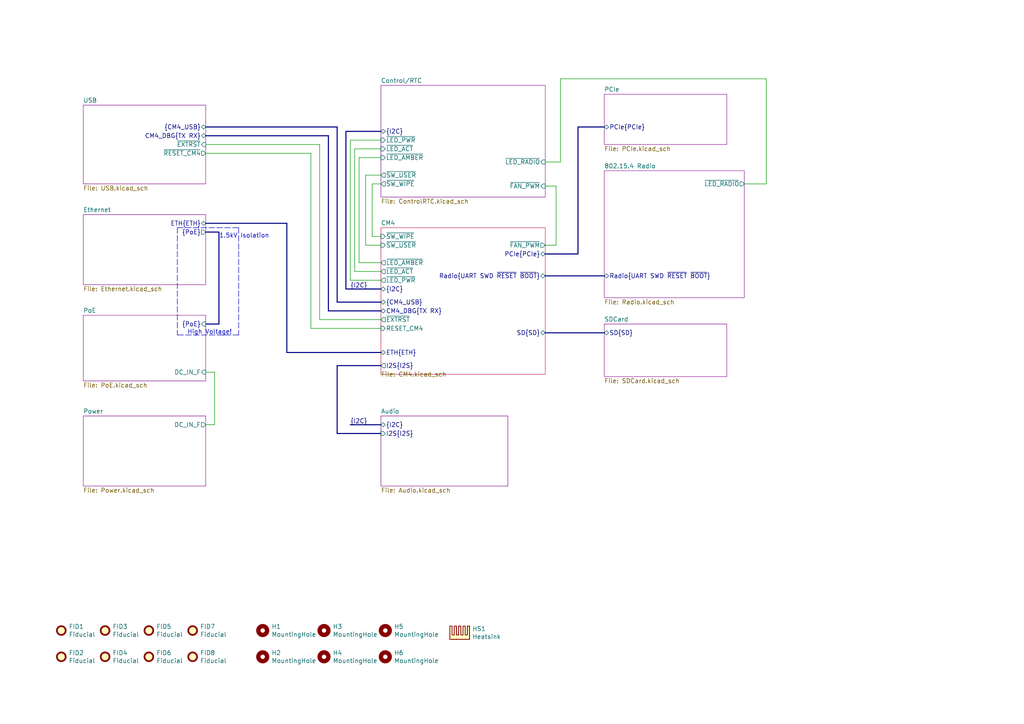
<source format=kicad_sch>
(kicad_sch (version 20210621) (generator eeschema)
  (paper "A4")
  (title_block (title "Overview") (date "2021-01-12") (rev "0.1") (company "Nabu Casa") (comment 1 "www.nabucasa.com") (comment 2 "Amber"))
  (lib_symbols
    (symbol "Mechanical:Fiducial"
      (property "Reference" "FID" (at 0 5.08 0))
      (property "Value" "Fiducial" (at 0 3.175 0))
      (symbol "Fiducial_0_1"
        (circle (center 0 0) (radius 1.27) (stroke (width 0.508)) (fill (type background)))
      )
    )
    (symbol "Mechanical:Heatsink" (pin_names (offset 1.016))
      (property "Reference" "HS" (at 0 5.08 0))
      (property "Value" "Heatsink" (at 0 -1.27 0))
      (symbol "Heatsink_0_1"
        (polyline (pts (xy -0.3302 1.27) (xy -0.9652 1.27) (xy -0.9652 3.81) (xy -1.6002 3.81) (xy -1.6002 1.27) (xy -2.2352 1.27) (xy -2.2352 3.81) (xy -2.8702 3.81) (xy -2.8702 0) (xy -0.9652 0)) (stroke (width 0.254)) (fill (type background)))
        (polyline (pts (xy -0.3302 1.27) (xy -0.3302 3.81) (xy 0.3048 3.81) (xy 0.3048 1.27) (xy 0.9398 1.27) (xy 0.9398 3.81) (xy 1.5748 3.81) (xy 1.5748 1.27) (xy 2.2098 1.27) (xy 2.2098 3.81) (xy 2.8448 3.81) (xy 2.8448 0) (xy -0.9652 0)) (stroke (width 0.254)) (fill (type background)))
      )
    )
    (symbol "Mechanical:MountingHole" (pin_names (offset 1.016))
      (property "Reference" "H" (at 0 5.08 0))
      (property "Value" "MountingHole" (at 0 3.175 0))
      (symbol "MountingHole_0_1"
        (circle (center 0 0) (radius 1.27) (stroke (width 1.27)))
      )
    )
  )
  (wire (pts (xy 59.69 44.45) (xy 90.17 44.45)))
  (wire (pts (xy 59.69 123.19) (xy 62.23 123.19)))
  (wire (pts (xy 62.23 107.95) (xy 59.69 107.95)))
  (wire (pts (xy 62.23 123.19) (xy 62.23 107.95)))
  (wire (pts (xy 90.17 44.45) (xy 90.17 95.25)))
  (wire (pts (xy 90.17 95.25) (xy 110.49 95.25)))
  (wire (pts (xy 92.71 41.91) (xy 59.69 41.91)))
  (wire (pts (xy 92.71 92.71) (xy 92.71 41.91)))
  (wire (pts (xy 101.6 40.64) (xy 110.49 40.64)))
  (wire (pts (xy 101.6 81.28) (xy 101.6 40.64)))
  (wire (pts (xy 102.87 43.18) (xy 110.49 43.18)))
  (wire (pts (xy 102.87 78.74) (xy 102.87 43.18)))
  (wire (pts (xy 104.14 45.72) (xy 104.14 76.2)))
  (wire (pts (xy 104.14 76.2) (xy 110.49 76.2)))
  (wire (pts (xy 106.045 71.12) (xy 106.045 50.8)))
  (wire (pts (xy 107.95 53.34) (xy 107.95 68.58)))
  (wire (pts (xy 107.95 53.34) (xy 110.49 53.34)))
  (wire (pts (xy 110.49 45.72) (xy 104.14 45.72)))
  (wire (pts (xy 110.49 50.8) (xy 106.045 50.8)))
  (wire (pts (xy 110.49 68.58) (xy 107.95 68.58)))
  (wire (pts (xy 110.49 71.12) (xy 106.045 71.12)))
  (wire (pts (xy 110.49 78.74) (xy 102.87 78.74)))
  (wire (pts (xy 110.49 81.28) (xy 101.6 81.28)))
  (wire (pts (xy 110.49 92.71) (xy 92.71 92.71)))
  (wire (pts (xy 158.115 46.99) (xy 162.56 46.99)))
  (wire (pts (xy 158.115 71.12) (xy 161.29 71.12)))
  (wire (pts (xy 161.29 53.975) (xy 158.115 53.975)))
  (wire (pts (xy 161.29 53.975) (xy 161.29 71.12)))
  (wire (pts (xy 162.56 22.86) (xy 222.25 22.86)))
  (wire (pts (xy 162.56 46.99) (xy 162.56 22.86)))
  (wire (pts (xy 215.9 53.34) (xy 222.25 53.34)))
  (wire (pts (xy 222.25 22.86) (xy 222.25 53.34)))
  (bus (pts (xy 59.69 64.77) (xy 83.185 64.77)))
  (bus (pts (xy 59.69 67.31) (xy 63.5 67.31)))
  (bus (pts (xy 59.69 93.98) (xy 63.5 93.98)))
  (bus (pts (xy 63.5 67.31) (xy 63.5 93.98)))
  (bus (pts (xy 83.185 64.77) (xy 83.185 102.235)))
  (bus (pts (xy 83.185 102.235) (xy 110.49 102.235)))
  (bus (pts (xy 95.25 39.37) (xy 59.69 39.37)))
  (bus (pts (xy 95.25 90.17) (xy 95.25 39.37)))
  (bus (pts (xy 97.79 36.83) (xy 59.69 36.83)))
  (bus (pts (xy 97.79 87.63) (xy 97.79 36.83)))
  (bus (pts (xy 97.79 106.045) (xy 97.79 125.73)))
  (bus (pts (xy 97.79 125.73) (xy 110.49 125.73)))
  (bus (pts (xy 100.33 38.1) (xy 100.33 83.82)))
  (bus (pts (xy 100.33 38.1) (xy 110.49 38.1)))
  (bus (pts (xy 100.33 83.82) (xy 110.49 83.82)))
  (bus (pts (xy 101.6 123.19) (xy 110.49 123.19)))
  (bus (pts (xy 110.49 87.63) (xy 97.79 87.63)))
  (bus (pts (xy 110.49 90.17) (xy 95.25 90.17)))
  (bus (pts (xy 110.49 106.045) (xy 97.79 106.045)))
  (bus (pts (xy 158.115 73.66) (xy 167.64 73.66)))
  (bus (pts (xy 158.115 80.01) (xy 175.26 80.01)))
  (bus (pts (xy 158.115 96.52) (xy 175.26 96.52)))
  (bus (pts (xy 167.64 36.83) (xy 175.26 36.83)))
  (bus (pts (xy 167.64 73.66) (xy 167.64 36.83)))
  (polyline (pts (xy 51.435 66.04) (xy 51.435 97.155)) (stroke (width 0) (type dash)))
  (polyline (pts (xy 51.435 66.04) (xy 69.215 66.04)) (stroke (width 0) (type dash)))
  (polyline (pts (xy 69.215 66.04) (xy 69.215 97.155)) (stroke (width 0) (type dash)))
  (polyline (pts (xy 69.215 97.155) (xy 51.435 97.155)) (stroke (width 0) (type dash)))
  (text "High Voltage!" (at 67.31 97.155 180) (effects (font (size 1.27 1.27)) (justify right bottom)))
  (text "1.5kV Isolation" (at 78.105 69.215 180) (effects (font (size 1.27 1.27)) (justify right bottom)))
  (label "{I2C}" (at 101.6 83.82 0))
  (label "{I2C}" (at 101.6 123.19 0))
  (symbol (lib_id "Mechanical:Fiducial") (at 17.78 182.88 0) (unit 1) (in_bom no)
    (property "Reference" "FID1" (at 19.9391 181.7306 0) (effects (justify left)))
    (property "Value" "Fiducial" (at 19.9391 184.0293 0) (effects (justify left)))
    (property "Footprint" "Fiducial:Fiducial_1mm_Mask2mm" (effects hide))
  )
  (symbol (lib_id "Mechanical:Fiducial") (at 17.78 190.5 0) (unit 1) (in_bom no)
    (property "Reference" "FID2" (at 19.9391 189.3506 0) (effects (justify left)))
    (property "Value" "Fiducial" (at 19.9391 191.6493 0) (effects (justify left)))
    (property "Footprint" "Fiducial:Fiducial_1mm_Mask2mm" (effects hide))
  )
  (symbol (lib_id "Mechanical:Fiducial") (at 30.48 182.88 0) (unit 1) (in_bom no)
    (property "Reference" "FID3" (at 32.6391 181.7306 0) (effects (justify left)))
    (property "Value" "Fiducial" (at 32.6391 184.0293 0) (effects (justify left)))
    (property "Footprint" "Fiducial:Fiducial_1mm_Mask2mm" (effects hide))
  )
  (symbol (lib_id "Mechanical:Fiducial") (at 30.48 190.5 0) (unit 1) (in_bom no)
    (property "Reference" "FID4" (at 32.6391 189.3506 0) (effects (justify left)))
    (property "Value" "Fiducial" (at 32.6391 191.6493 0) (effects (justify left)))
    (property "Footprint" "Fiducial:Fiducial_1mm_Mask2mm" (effects hide))
  )
  (symbol (lib_id "Mechanical:Fiducial") (at 43.18 182.88 0) (unit 1) (in_bom no)
    (property "Reference" "FID5" (at 45.3391 181.7306 0) (effects (justify left)))
    (property "Value" "Fiducial" (at 45.3391 184.0293 0) (effects (justify left)))
    (property "Footprint" "Fiducial:Fiducial_1mm_Mask2mm" (effects hide))
  )
  (symbol (lib_id "Mechanical:Fiducial") (at 43.18 190.5 0) (unit 1) (in_bom no)
    (property "Reference" "FID6" (at 45.3391 189.3506 0) (effects (justify left)))
    (property "Value" "Fiducial" (at 45.3391 191.6493 0) (effects (justify left)))
    (property "Footprint" "Fiducial:Fiducial_1mm_Mask2mm" (effects hide))
  )
  (symbol (lib_id "Mechanical:Fiducial") (at 55.88 182.88 0) (unit 1) (in_bom no)
    (property "Reference" "FID7" (at 58.0391 181.7306 0) (effects (justify left)))
    (property "Value" "Fiducial" (at 58.0391 184.0293 0) (effects (justify left)))
    (property "Footprint" "Fiducial:Fiducial_1mm_Mask2mm" (effects hide))
  )
  (symbol (lib_id "Mechanical:Fiducial") (at 55.88 190.5 0) (unit 1) (in_bom no)
    (property "Reference" "FID8" (at 58.0391 189.3506 0) (effects (justify left)))
    (property "Value" "Fiducial" (at 58.0391 191.6493 0) (effects (justify left)))
    (property "Footprint" "Fiducial:Fiducial_1mm_Mask2mm" (effects hide))
  )
  (symbol (lib_id "Mechanical:MountingHole") (at 76.2 182.88 0) (unit 1) (in_bom no)
    (property "Reference" "H1" (at 78.7401 181.7306 0) (effects (justify left)))
    (property "Value" "MountingHole" (at 78.7401 184.0293 0) (effects (justify left)))
    (property "Footprint" "MountingHole:MountingHole_2.7mm_M2.5" (effects hide))
  )
  (symbol (lib_id "Mechanical:MountingHole") (at 76.2 190.5 0) (unit 1) (in_bom no)
    (property "Reference" "H2" (at 78.7401 189.3506 0) (effects (justify left)))
    (property "Value" "MountingHole" (at 78.7401 191.6493 0) (effects (justify left)))
    (property "Footprint" "MountingHole:MountingHole_2.7mm_M2.5" (effects hide))
  )
  (symbol (lib_id "Mechanical:MountingHole") (at 93.98 182.88 0) (unit 1) (in_bom no)
    (property "Reference" "H3" (at 96.5201 181.7306 0) (effects (justify left)))
    (property "Value" "MountingHole" (at 96.5201 184.0293 0) (effects (justify left)))
    (property "Footprint" "MountingHole:MountingHole_2.7mm_M2.5" (effects hide))
  )
  (symbol (lib_id "Mechanical:MountingHole") (at 93.98 190.5 0) (unit 1) (in_bom no)
    (property "Reference" "H4" (at 96.5201 189.3506 0) (effects (justify left)))
    (property "Value" "MountingHole" (at 96.5201 191.6493 0) (effects (justify left)))
    (property "Footprint" "MountingHole:MountingHole_2.7mm_M2.5" (effects hide))
  )
  (symbol (lib_id "Mechanical:MountingHole") (at 111.76 182.88 0) (unit 1) (in_bom no)
    (property "Reference" "H5" (at 114.3001 181.7306 0) (effects (justify left)))
    (property "Value" "MountingHole" (at 114.3001 184.0293 0) (effects (justify left)))
    (property "Footprint" "Amber:DrillSlot_Plated_3.5x2.5mm" (effects hide))
  )
  (symbol (lib_id "Mechanical:MountingHole") (at 111.76 190.5 0) (unit 1) (in_bom no)
    (property "Reference" "H6" (at 114.3001 189.3506 0) (effects (justify left)))
    (property "Value" "MountingHole" (at 114.3001 191.6493 0) (effects (justify left)))
    (property "Footprint" "Amber:DrillSlot_Plated_3.5x2.5mm" (effects hide))
  )
  (symbol (lib_id "Mechanical:Heatsink") (at 133.35 185.42 0) (unit 1) (in_bom no)
    (property "Reference" "HS1" (at 136.9569 182.3656 0) (effects (justify left)))
    (property "Value" "Heatsink" (at 136.9569 184.6643 0) (effects (justify left)))
    (property "Footprint" "Amber:Heatsink_56x56mm_2xFixation3.2mm" (effects hide))
  )
  (sheet (at 175.26 49.53) (size 40.64 36.83) (stroke (width 0.001) (color 132 0 132 1)) (fill (color 255 255 255 0.0000))
    (property "Sheet name" "802.15.4 Radio" (at 175.26 48.8941 0) (effects (justify left bottom)))
    (property "Sheet file" "Radio.kicad_sch" (at 175.26 86.8689 0) (effects (justify left top)))
    (pin "~{LED_RADIO}" output (at 215.9 53.34 0))
    (pin "Radio{UART SWD ~{RESET} ~{BOOT}}" bidirectional (at 175.26 80.01 180))
  )
  (sheet (at 110.49 120.65) (size 36.83 20.32) (stroke (width 0.001) (color 132 0 132 1)) (fill (color 255 255 255 0.0000))
    (property "Sheet name" "Audio" (at 110.49 120.0141 0) (effects (justify left bottom)))
    (property "Sheet file" "Audio.kicad_sch" (at 110.49 141.4789 0) (effects (justify left top)))
    (pin "{I2C}" bidirectional (at 110.49 123.19 180))
    (pin "I2S{I2S}" input (at 110.49 125.73 180))
  )
  (sheet (at 110.49 66.04) (size 47.625 42.545) (stroke (width 0.001) (color 187 17 66 1)) (fill (color 255 255 255 0.0000))
    (property "Sheet name" "CM4" (at 110.49 65.4041 0) (effects (justify left bottom)))
    (property "Sheet file" "CM4.kicad_sch" (at 110.49 107.8239 0) (effects (justify left top)))
    (pin "ETH{ETH}" bidirectional (at 110.49 102.235 180))
    (pin "{CM4_USB}" bidirectional (at 110.49 87.63 180))
    (pin "PCIe{PCIe}" bidirectional (at 158.115 73.66 0))
    (pin "{I2C}" bidirectional (at 110.49 83.82 180))
    (pin "CM4_DBG{TX RX}" bidirectional (at 110.49 90.17 180))
    (pin "I2S{I2S}" output (at 110.49 106.045 180))
    (pin "~{EXTRST}" output (at 110.49 92.71 180))
    (pin "SD{SD}" bidirectional (at 158.115 96.52 0))
    (pin "~{LED_PWR}" output (at 110.49 81.28 180))
    (pin "~{LED_ACT}" output (at 110.49 78.74 180))
    (pin "~{FAN_PWM}" output (at 158.115 71.12 0))
    (pin "Radio{UART SWD ~{RESET} ~{BOOT}}" bidirectional (at 158.115 80.01 0))
    (pin "~{SW_WIPE}" input (at 110.49 68.58 180))
    (pin "~{SW_USER}" input (at 110.49 71.12 180))
    (pin "RESET_CM4" input (at 110.49 95.25 180))
    (pin "~{LED_AMBER}" output (at 110.49 76.2 180))
  )
  (sheet (at 110.49 24.765) (size 47.625 32.385) (stroke (width 0.001) (color 132 0 132 1)) (fill (color 255 255 255 0.0000))
    (property "Sheet name" "Control/RTC" (at 110.49 24.1291 0) (effects (justify left bottom)))
    (property "Sheet file" "ControlRTC.kicad_sch" (at 110.49 57.6589 0) (effects (justify left top)))
    (pin "{I2C}" bidirectional (at 110.49 38.1 180))
    (pin "~{LED_PWR}" input (at 110.49 40.64 180))
    (pin "~{FAN_PWM}" input (at 158.115 53.975 0))
    (pin "~{LED_RADIO}" input (at 158.115 46.99 0))
    (pin "~{LED_ACT}" input (at 110.49 43.18 180))
    (pin "~{SW_WIPE}" output (at 110.49 53.34 180))
    (pin "~{SW_USER}" output (at 110.49 50.8 180))
    (pin "~{LED_AMBER}" input (at 110.49 45.72 180))
  )
  (sheet (at 24.13 62.23) (size 35.56 20.32) (stroke (width 0.001) (color 132 0 132 1)) (fill (color 255 255 255 0.0000))
    (property "Sheet name" "Ethernet" (at 24.13 61.5941 0) (effects (justify left bottom)))
    (property "Sheet file" "Ethernet.kicad_sch" (at 24.13 83.0589 0) (effects (justify left top)))
    (pin "ETH{ETH}" bidirectional (at 59.69 64.77 0))
    (pin "{PoE}" output (at 59.69 67.31 0))
  )
  (sheet (at 175.26 27.305) (size 35.56 14.605) (stroke (width 0.001) (color 132 0 132 1)) (fill (color 255 255 255 0.0000))
    (property "Sheet name" "PCIe" (at 175.26 26.6691 0) (effects (justify left bottom)))
    (property "Sheet file" "PCIe.kicad_sch" (at 175.26 42.4189 0) (effects (justify left top)))
    (pin "PCIe{PCIe}" bidirectional (at 175.26 36.83 180))
  )
  (sheet (at 24.13 91.44) (size 35.56 19.05) (stroke (width 0.001) (color 132 0 132 1)) (fill (color 255 255 255 0.0000))
    (property "Sheet name" "PoE" (at 24.13 90.8041 0) (effects (justify left bottom)))
    (property "Sheet file" "PoE.kicad_sch" (at 24.13 110.9989 0) (effects (justify left top)))
    (pin "{PoE}" input (at 59.69 93.98 0))
    (pin "DC_IN_F" input (at 59.69 107.95 0))
  )
  (sheet (at 24.13 120.65) (size 35.56 20.32) (stroke (width 0.001) (color 132 0 132 1)) (fill (color 255 255 255 0.0000))
    (property "Sheet name" "Power" (at 24.13 120.0141 0) (effects (justify left bottom)))
    (property "Sheet file" "Power.kicad_sch" (at 24.13 141.4789 0) (effects (justify left top)))
    (pin "DC_IN_F" output (at 59.69 123.19 0))
  )
  (sheet (at 175.26 93.98) (size 35.56 15.24) (stroke (width 0.001) (color 132 0 132 1)) (fill (color 255 255 255 0.0000))
    (property "Sheet name" "SDCard" (at 175.26 93.3441 0) (effects (justify left bottom)))
    (property "Sheet file" "SDCard.kicad_sch" (at 175.26 109.7289 0) (effects (justify left top)))
    (pin "SD{SD}" bidirectional (at 175.26 96.52 180))
  )
  (sheet (at 24.13 30.48) (size 35.56 22.86) (stroke (width 0.001) (color 132 0 132 1)) (fill (color 255 255 255 0.0000))
    (property "Sheet name" "USB" (at 24.13 29.8441 0) (effects (justify left bottom)))
    (property "Sheet file" "USB.kicad_sch" (at 24.13 53.8489 0) (effects (justify left top)))
    (pin "{CM4_USB}" bidirectional (at 59.69 36.83 0))
    (pin "CM4_DBG{TX RX}" bidirectional (at 59.69 39.37 0))
    (pin "~{EXTRST}" input (at 59.69 41.91 0))
    (pin "~{RESET_CM4}" output (at 59.69 44.45 0))
  )
)
</source>
